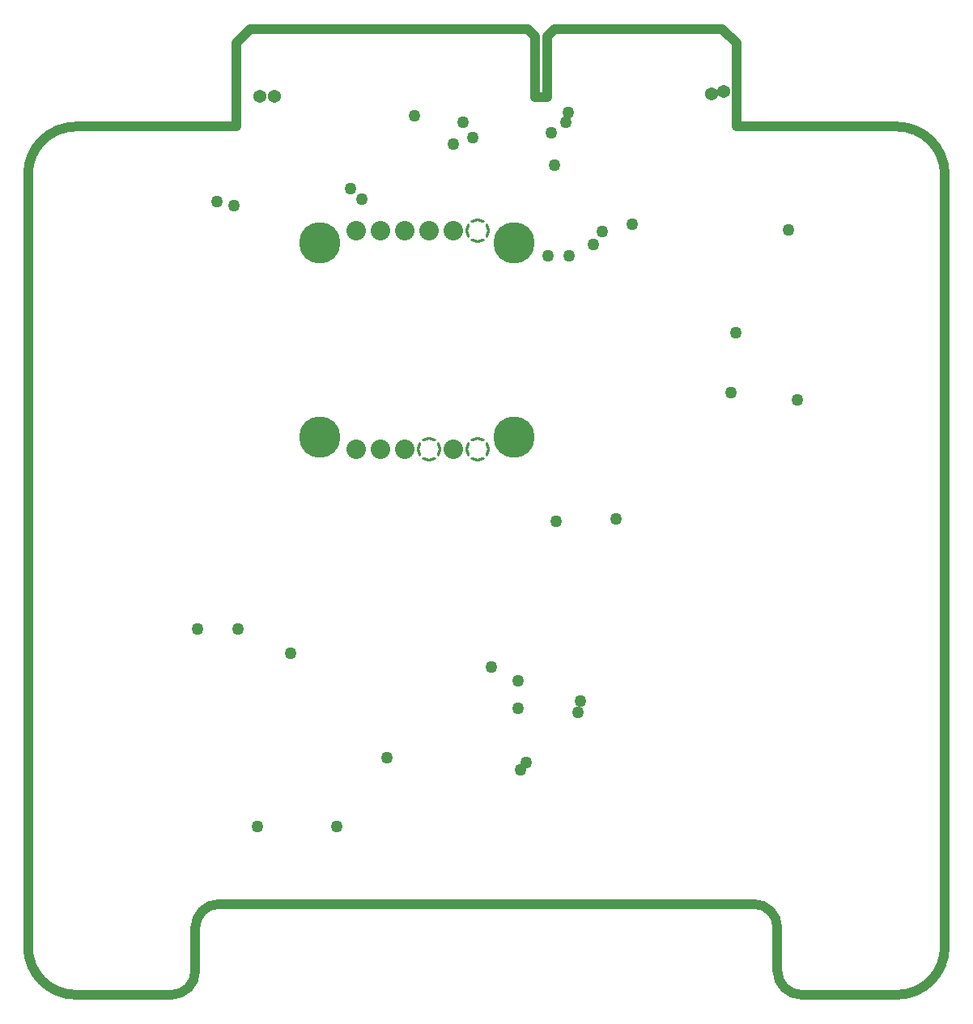
<source format=gbr>
%TF.GenerationSoftware,Altium Limited,Altium Designer,23.2.1 (34)*%
G04 Layer_Physical_Order=2*
G04 Layer_Color=32768*
%FSLAX45Y45*%
%MOMM*%
%TF.SameCoordinates,CECF9715-3839-4E6E-A075-D830FB70F3A2*%
%TF.FilePolarity,Negative*%
%TF.FileFunction,Copper,L2,Inr,Plane*%
%TF.Part,Single*%
G01*
G75*
%TA.AperFunction,NonConductor*%
%ADD37C,1.01600*%
%TA.AperFunction,ComponentPad*%
%ADD38C,4.31800*%
G04:AMPARAMS|DCode=39|XSize=2.54mm|YSize=2.54mm|CornerRadius=0mm|HoleSize=0mm|Usage=FLASHONLY|Rotation=0.000|XOffset=0mm|YOffset=0mm|HoleType=Round|Shape=Relief|Width=0.254mm|Gap=0.254mm|Entries=4|*
%AMTHD39*
7,0,0,2.54000,2.03200,0.25400,45*
%
%ADD39THD39*%
%ADD40C,2.03200*%
%TA.AperFunction,ViaPad*%
%ADD41C,1.27000*%
%ADD42C,1.37200*%
D37*
Y500000D02*
G03*
X500000Y0I500000J0D01*
G01*
Y9080500D02*
G03*
X0Y8580500I0J-500000D01*
G01*
X9588500D02*
G03*
X9088500Y9080500I-500000J0D01*
G01*
Y0D02*
G03*
X9588500Y500000I0J500000D01*
G01*
X7838500Y250000D02*
G03*
X8088500Y0I250000J0D01*
G01*
X7838500Y700000D02*
G03*
X7588500Y950000I-250000J0D01*
G01*
X2000000D02*
G03*
X1750000Y700000I0J-250000D01*
G01*
X1500000Y0D02*
G03*
X1750000Y250000I-0J250000D01*
G01*
X0Y500000D02*
Y8580500D01*
X500000Y9080500D02*
X2176750D01*
X2176700Y9951700D02*
X2176750Y9080500D01*
X2176700Y9951700D02*
X2326700Y10101500D01*
X5228700D01*
X5303700Y10026500D01*
X5303750Y9385500D01*
X5427700D01*
Y10026500D01*
X5502700Y10101500D01*
X7261700D01*
X7411700Y9951700D01*
Y9080500D02*
Y9951700D01*
Y9080500D02*
X9088500D01*
X9588500Y500000D02*
Y8580500D01*
X8088500Y0D02*
X9088500D01*
X7838500Y250000D02*
Y700000D01*
X2000000Y950000D02*
X7588500D01*
X1750000Y250000D02*
X1750000Y700000D01*
X500000Y0D02*
X1500000D01*
D38*
X5087000Y7863000D02*
D03*
Y5831000D02*
D03*
X3055000D02*
D03*
Y7863000D02*
D03*
D39*
X4706000Y7990000D02*
D03*
X4198000Y5704000D02*
D03*
X4706000D02*
D03*
D40*
X4452000Y7990000D02*
D03*
X4198000D02*
D03*
X3944000D02*
D03*
X3690000D02*
D03*
X3436000D02*
D03*
Y5704000D02*
D03*
X3690000D02*
D03*
X3944000D02*
D03*
X4452000D02*
D03*
D41*
X5212269Y2425000D02*
D03*
X5750000Y2950000D02*
D03*
X5775000Y3075000D02*
D03*
X5150000Y2350000D02*
D03*
X5650000Y9225000D02*
D03*
X4550000Y9125000D02*
D03*
X4650000Y8967920D02*
D03*
X4450000Y8900000D02*
D03*
X5625000Y9125000D02*
D03*
X7400000Y6925000D02*
D03*
X7350000Y6300000D02*
D03*
X2200000Y3825000D02*
D03*
X8050000Y6225000D02*
D03*
X1775000Y3825000D02*
D03*
X4850000Y3425000D02*
D03*
X6150000Y4975000D02*
D03*
X5525000Y4950000D02*
D03*
X7950000Y8000000D02*
D03*
X2750000Y3575000D02*
D03*
X1975000Y8300000D02*
D03*
X5125000Y3000000D02*
D03*
X2150000Y8250000D02*
D03*
X5125000Y3284380D02*
D03*
X5470000Y9020000D02*
D03*
X5510000Y8680000D02*
D03*
X6010000Y7980000D02*
D03*
X5440000Y7730000D02*
D03*
X6320000Y8060000D02*
D03*
X5910000Y7850000D02*
D03*
X4040000Y9190000D02*
D03*
X5660000Y7730000D02*
D03*
X3230000Y1760000D02*
D03*
X2400000D02*
D03*
X3370000Y8430000D02*
D03*
X3490000Y8320000D02*
D03*
X3750000Y2480000D02*
D03*
D42*
X7275000Y9450000D02*
D03*
X7150000Y9425000D02*
D03*
X2575000Y9400000D02*
D03*
X2425000D02*
D03*
%TF.MD5,ae58ca3e75c32aff4cf06afa3a8a6123*%
M02*

</source>
